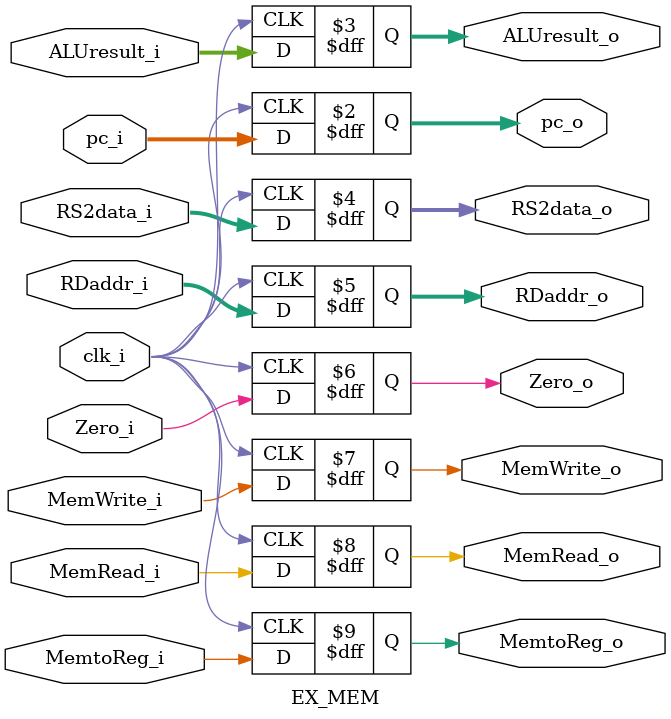
<source format=v>
module EX_MEM
(
    clk_i,
    pc_i, // may change to another ALU output when implementing beq
    pc_o,
    Zero_i,
    Zero_o,
    ALUresult_i,
    ALUresult_o,
    RS2data_i,
    RS2data_o,
    RDaddr_i,
    RDaddr_o,
    //###Pipline Control Signals###
    //MEM stage control signals
    MemWrite_i,
    MemWrite_o,
    MemRead_i,
    MemRead_o,
    //WB stage control signals
    MemtoReg_i,
    MemtoReg_o
);

// Ports
input               clk_i;
input       [31:0]  pc_i;
output reg  [31:0]  pc_o;
input       [31:0]  ALUresult_i;
output reg  [31:0]  ALUresult_o;
input       [31:0]  RS2data_i;
output reg  [31:0]  RS2data_o;
input       [4:0]   RDaddr_i;
output reg  [4:0]   RDaddr_o;
input               Zero_i;
output reg          Zero_o;
//###Control Signals###
//MEM stage control signal
input       MemWrite_i;
output reg  MemWrite_o;
input       MemRead_i;
output reg  MemRead_o;
//WB stage control signal
input       MemtoReg_i;
output reg  MemtoReg_o;


always@(posedge clk_i) begin
    pc_o <= pc_i;
    ALUresult_o <= ALUresult_i;
    RS2data_o <= RS2data_i;
    RDaddr_o <= RDaddr_i;
    Zero_o <= Zero_i;
    //###Control Signals###
    //MEM stage control signals
    MemWrite_o <= MemWrite_i;
    MemRead_o <= MemRead_i;
    // WB stage control signals
    MemtoReg_o <= MemtoReg_i;
end
endmodule
</source>
